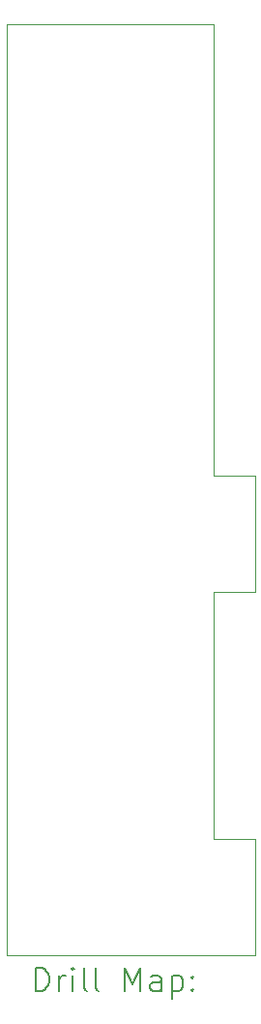
<source format=gbr>
%TF.GenerationSoftware,KiCad,Pcbnew,8.0.2*%
%TF.CreationDate,2024-11-04T20:05:37-05:00*%
%TF.ProjectId,proto,70726f74-6f2e-46b6-9963-61645f706362,rev?*%
%TF.SameCoordinates,Original*%
%TF.FileFunction,Drillmap*%
%TF.FilePolarity,Positive*%
%FSLAX45Y45*%
G04 Gerber Fmt 4.5, Leading zero omitted, Abs format (unit mm)*
G04 Created by KiCad (PCBNEW 8.0.2) date 2024-11-04 20:05:37*
%MOMM*%
%LPD*%
G01*
G04 APERTURE LIST*
%ADD10C,0.050000*%
%ADD11C,0.200000*%
G04 APERTURE END LIST*
D10*
X14240000Y-5200000D02*
X12430000Y-5200000D01*
X14240000Y-12319000D02*
X14605000Y-12319000D01*
X12430000Y-5200000D02*
X12430000Y-13335000D01*
X14240000Y-5200000D02*
X14240000Y-9144000D01*
X14240000Y-9144000D02*
X14605000Y-9144000D01*
X14240000Y-10160000D02*
X14605000Y-10160000D01*
X14240000Y-10160000D02*
X14240000Y-12319000D01*
X14605000Y-9144000D02*
X14605000Y-10160000D01*
X12430000Y-13335000D02*
X14605000Y-13335000D01*
X14605000Y-13335000D02*
X14605000Y-12319000D01*
D11*
X12688277Y-13648984D02*
X12688277Y-13448984D01*
X12688277Y-13448984D02*
X12735896Y-13448984D01*
X12735896Y-13448984D02*
X12764467Y-13458508D01*
X12764467Y-13458508D02*
X12783515Y-13477555D01*
X12783515Y-13477555D02*
X12793039Y-13496603D01*
X12793039Y-13496603D02*
X12802562Y-13534698D01*
X12802562Y-13534698D02*
X12802562Y-13563269D01*
X12802562Y-13563269D02*
X12793039Y-13601365D01*
X12793039Y-13601365D02*
X12783515Y-13620412D01*
X12783515Y-13620412D02*
X12764467Y-13639460D01*
X12764467Y-13639460D02*
X12735896Y-13648984D01*
X12735896Y-13648984D02*
X12688277Y-13648984D01*
X12888277Y-13648984D02*
X12888277Y-13515650D01*
X12888277Y-13553746D02*
X12897801Y-13534698D01*
X12897801Y-13534698D02*
X12907324Y-13525174D01*
X12907324Y-13525174D02*
X12926372Y-13515650D01*
X12926372Y-13515650D02*
X12945420Y-13515650D01*
X13012086Y-13648984D02*
X13012086Y-13515650D01*
X13012086Y-13448984D02*
X13002562Y-13458508D01*
X13002562Y-13458508D02*
X13012086Y-13468031D01*
X13012086Y-13468031D02*
X13021610Y-13458508D01*
X13021610Y-13458508D02*
X13012086Y-13448984D01*
X13012086Y-13448984D02*
X13012086Y-13468031D01*
X13135896Y-13648984D02*
X13116848Y-13639460D01*
X13116848Y-13639460D02*
X13107324Y-13620412D01*
X13107324Y-13620412D02*
X13107324Y-13448984D01*
X13240658Y-13648984D02*
X13221610Y-13639460D01*
X13221610Y-13639460D02*
X13212086Y-13620412D01*
X13212086Y-13620412D02*
X13212086Y-13448984D01*
X13469229Y-13648984D02*
X13469229Y-13448984D01*
X13469229Y-13448984D02*
X13535896Y-13591841D01*
X13535896Y-13591841D02*
X13602562Y-13448984D01*
X13602562Y-13448984D02*
X13602562Y-13648984D01*
X13783515Y-13648984D02*
X13783515Y-13544222D01*
X13783515Y-13544222D02*
X13773991Y-13525174D01*
X13773991Y-13525174D02*
X13754943Y-13515650D01*
X13754943Y-13515650D02*
X13716848Y-13515650D01*
X13716848Y-13515650D02*
X13697801Y-13525174D01*
X13783515Y-13639460D02*
X13764467Y-13648984D01*
X13764467Y-13648984D02*
X13716848Y-13648984D01*
X13716848Y-13648984D02*
X13697801Y-13639460D01*
X13697801Y-13639460D02*
X13688277Y-13620412D01*
X13688277Y-13620412D02*
X13688277Y-13601365D01*
X13688277Y-13601365D02*
X13697801Y-13582317D01*
X13697801Y-13582317D02*
X13716848Y-13572793D01*
X13716848Y-13572793D02*
X13764467Y-13572793D01*
X13764467Y-13572793D02*
X13783515Y-13563269D01*
X13878753Y-13515650D02*
X13878753Y-13715650D01*
X13878753Y-13525174D02*
X13897801Y-13515650D01*
X13897801Y-13515650D02*
X13935896Y-13515650D01*
X13935896Y-13515650D02*
X13954943Y-13525174D01*
X13954943Y-13525174D02*
X13964467Y-13534698D01*
X13964467Y-13534698D02*
X13973991Y-13553746D01*
X13973991Y-13553746D02*
X13973991Y-13610888D01*
X13973991Y-13610888D02*
X13964467Y-13629936D01*
X13964467Y-13629936D02*
X13954943Y-13639460D01*
X13954943Y-13639460D02*
X13935896Y-13648984D01*
X13935896Y-13648984D02*
X13897801Y-13648984D01*
X13897801Y-13648984D02*
X13878753Y-13639460D01*
X14059705Y-13629936D02*
X14069229Y-13639460D01*
X14069229Y-13639460D02*
X14059705Y-13648984D01*
X14059705Y-13648984D02*
X14050182Y-13639460D01*
X14050182Y-13639460D02*
X14059705Y-13629936D01*
X14059705Y-13629936D02*
X14059705Y-13648984D01*
X14059705Y-13525174D02*
X14069229Y-13534698D01*
X14069229Y-13534698D02*
X14059705Y-13544222D01*
X14059705Y-13544222D02*
X14050182Y-13534698D01*
X14050182Y-13534698D02*
X14059705Y-13525174D01*
X14059705Y-13525174D02*
X14059705Y-13544222D01*
M02*

</source>
